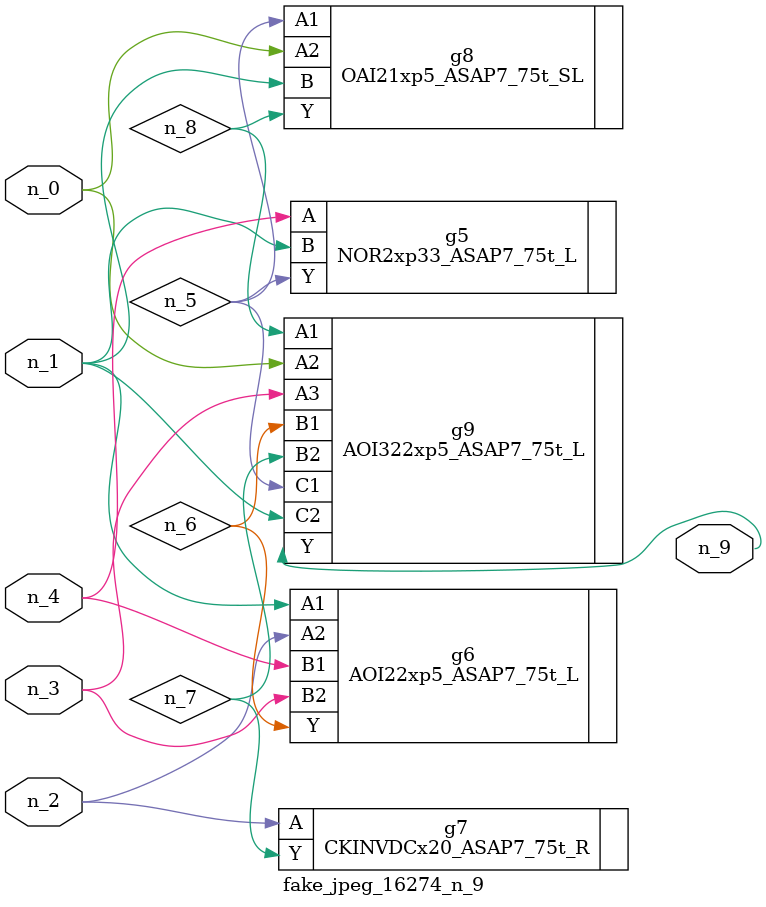
<source format=v>
module fake_jpeg_16274_n_9 (n_3, n_2, n_1, n_0, n_4, n_9);

input n_3;
input n_2;
input n_1;
input n_0;
input n_4;

output n_9;

wire n_8;
wire n_6;
wire n_5;
wire n_7;

NOR2xp33_ASAP7_75t_L g5 ( 
.A(n_4),
.B(n_1),
.Y(n_5)
);

AOI22xp5_ASAP7_75t_L g6 ( 
.A1(n_1),
.A2(n_2),
.B1(n_4),
.B2(n_3),
.Y(n_6)
);

CKINVDCx20_ASAP7_75t_R g7 ( 
.A(n_2),
.Y(n_7)
);

OAI21xp5_ASAP7_75t_SL g8 ( 
.A1(n_5),
.A2(n_0),
.B(n_1),
.Y(n_8)
);

AOI322xp5_ASAP7_75t_L g9 ( 
.A1(n_8),
.A2(n_0),
.A3(n_3),
.B1(n_6),
.B2(n_7),
.C1(n_5),
.C2(n_1),
.Y(n_9)
);


endmodule
</source>
